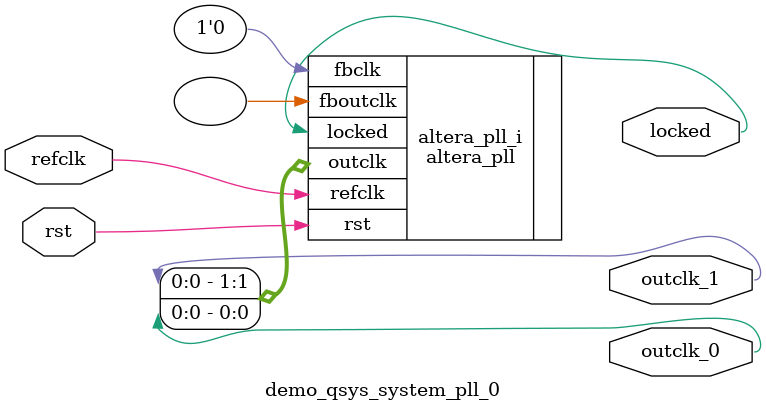
<source format=v>
`timescale 1ns/10ps
module  demo_qsys_system_pll_0(

	// interface 'refclk'
	input wire refclk,

	// interface 'reset'
	input wire rst,

	// interface 'outclk0'
	output wire outclk_0,

	// interface 'outclk1'
	output wire outclk_1,

	// interface 'locked'
	output wire locked
);

	altera_pll #(
		.fractional_vco_multiplier("false"),
		.reference_clock_frequency("50.0 MHz"),
		.operation_mode("direct"),
		.number_of_clocks(2),
		.output_clock_frequency0("50.000000 MHz"),
		.phase_shift0("0 ps"),
		.duty_cycle0(50),
		.output_clock_frequency1("50.000000 MHz"),
		.phase_shift1("-3000 ps"),
		.duty_cycle1(50),
		.output_clock_frequency2("0 MHz"),
		.phase_shift2("0 ps"),
		.duty_cycle2(50),
		.output_clock_frequency3("0 MHz"),
		.phase_shift3("0 ps"),
		.duty_cycle3(50),
		.output_clock_frequency4("0 MHz"),
		.phase_shift4("0 ps"),
		.duty_cycle4(50),
		.output_clock_frequency5("0 MHz"),
		.phase_shift5("0 ps"),
		.duty_cycle5(50),
		.output_clock_frequency6("0 MHz"),
		.phase_shift6("0 ps"),
		.duty_cycle6(50),
		.output_clock_frequency7("0 MHz"),
		.phase_shift7("0 ps"),
		.duty_cycle7(50),
		.output_clock_frequency8("0 MHz"),
		.phase_shift8("0 ps"),
		.duty_cycle8(50),
		.output_clock_frequency9("0 MHz"),
		.phase_shift9("0 ps"),
		.duty_cycle9(50),
		.output_clock_frequency10("0 MHz"),
		.phase_shift10("0 ps"),
		.duty_cycle10(50),
		.output_clock_frequency11("0 MHz"),
		.phase_shift11("0 ps"),
		.duty_cycle11(50),
		.output_clock_frequency12("0 MHz"),
		.phase_shift12("0 ps"),
		.duty_cycle12(50),
		.output_clock_frequency13("0 MHz"),
		.phase_shift13("0 ps"),
		.duty_cycle13(50),
		.output_clock_frequency14("0 MHz"),
		.phase_shift14("0 ps"),
		.duty_cycle14(50),
		.output_clock_frequency15("0 MHz"),
		.phase_shift15("0 ps"),
		.duty_cycle15(50),
		.output_clock_frequency16("0 MHz"),
		.phase_shift16("0 ps"),
		.duty_cycle16(50),
		.output_clock_frequency17("0 MHz"),
		.phase_shift17("0 ps"),
		.duty_cycle17(50),
		.pll_type("General"),
		.pll_subtype("General")
	) altera_pll_i (
		.rst	(rst),
		.outclk	({outclk_1, outclk_0}),
		.locked	(locked),
		.fboutclk	( ),
		.fbclk	(1'b0),
		.refclk	(refclk)
	);
endmodule


</source>
